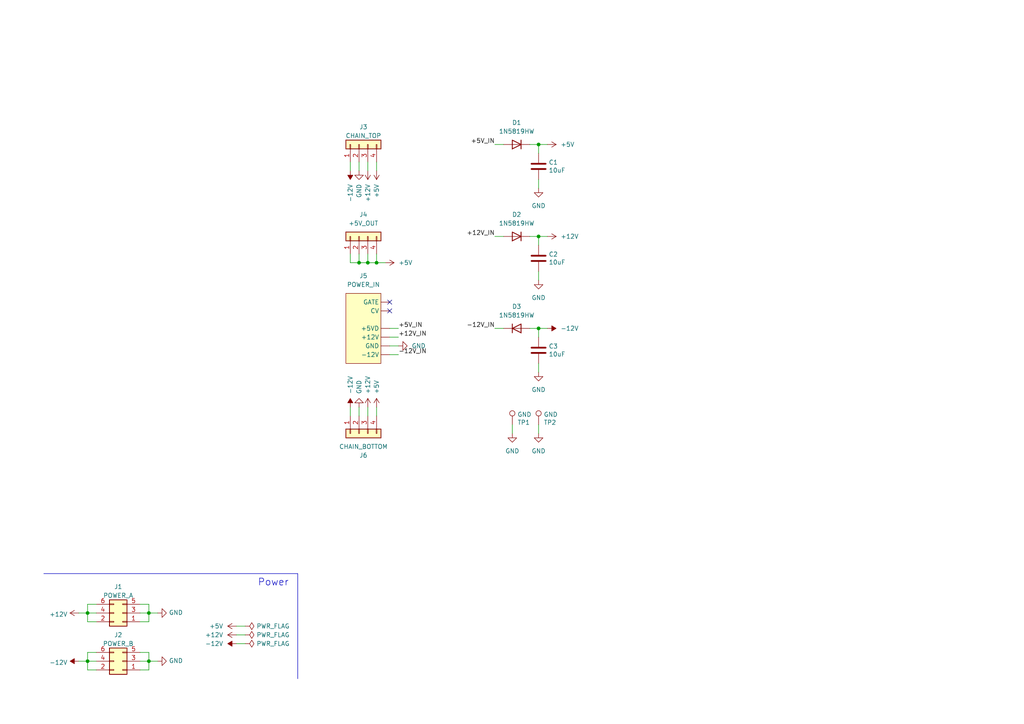
<source format=kicad_sch>
(kicad_sch (version 20230121) (generator eeschema)
  (paper "A4")
  (lib_symbols
    (symbol "Connector:TestPoint" (pin_numbers hide) (pin_names (offset 0.762) hide)
      (property "Reference" "TP" (at 0 6.858 0))
      (property "Value" "TestPoint" (at 0 5.08 0))
      (symbol "TestPoint_0_1"
        (circle (center 0 3.302) (radius 0.762))
      )
      (symbol "TestPoint_1_1"
        (pin passive line (at 0 0 90) (length 2.54) (name "1") (number "1"))
      )
    )
    (symbol "Connector_Generic:Conn_01x04" (pin_names (offset 1.016) hide)
      (property "Reference" "J" (at 0 5.08 0))
      (property "Value" "Conn_01x04" (at 0 -7.62 0))
      (symbol "Conn_01x04_1_1"
        (rectangle (start -1.27 -4.953) (end 0 -5.207) (stroke (width 0.1524)))
        (rectangle (start -1.27 -2.413) (end 0 -2.667) (stroke (width 0.1524)))
        (rectangle (start -1.27 0.127) (end 0 -0.127) (stroke (width 0.1524)))
        (rectangle (start -1.27 2.667) (end 0 2.413) (stroke (width 0.1524)))
        (rectangle (start -1.27 3.81) (end 1.27 -6.35) (stroke (width 0.254)) (fill (type background)))
        (pin passive line (at -5.08 2.54 0) (length 3.81) (name "Pin_1") (number "1"))
        (pin passive line (at -5.08 0 0) (length 3.81) (name "Pin_2") (number "2"))
        (pin passive line (at -5.08 -2.54 0) (length 3.81) (name "Pin_3") (number "3"))
        (pin passive line (at -5.08 -5.08 0) (length 3.81) (name "Pin_4") (number "4"))
      )
    )
    (symbol "Connector_Generic:Conn_02x03_Odd_Even" (pin_names (offset 1.016) hide)
      (property "Reference" "J" (at 1.27 5.08 0))
      (property "Value" "Conn_02x03_Odd_Even" (at 1.27 -5.08 0))
      (symbol "Conn_02x03_Odd_Even_1_1"
        (rectangle (start -1.27 -2.413) (end 0 -2.667) (stroke (width 0.1524)))
        (rectangle (start -1.27 0.127) (end 0 -0.127) (stroke (width 0.1524)))
        (rectangle (start -1.27 2.667) (end 0 2.413) (stroke (width 0.1524)))
        (rectangle (start -1.27 3.81) (end 3.81 -3.81) (stroke (width 0.254)) (fill (type background)))
        (rectangle (start 3.81 -2.413) (end 2.54 -2.667) (stroke (width 0.1524)))
        (rectangle (start 3.81 0.127) (end 2.54 -0.127) (stroke (width 0.1524)))
        (rectangle (start 3.81 2.667) (end 2.54 2.413) (stroke (width 0.1524)))
        (pin passive line (at -5.08 2.54 0) (length 3.81) (name "Pin_1") (number "1"))
        (pin passive line (at 7.62 2.54 180) (length 3.81) (name "Pin_2") (number "2"))
        (pin passive line (at -5.08 0 0) (length 3.81) (name "Pin_3") (number "3"))
        (pin passive line (at 7.62 0 180) (length 3.81) (name "Pin_4") (number "4"))
        (pin passive line (at -5.08 -2.54 0) (length 3.81) (name "Pin_5") (number "5"))
        (pin passive line (at 7.62 -2.54 180) (length 3.81) (name "Pin_6") (number "6"))
      )
    )
    (symbol "Device:C" (pin_numbers hide) (pin_names (offset 0.254))
      (property "Reference" "C" (at 0.635 2.54 0))
      (property "Value" "C" (at 0.635 -2.54 0))
      (symbol "C_0_1"
        (polyline (pts (xy -2.032 -0.762) (xy 2.032 -0.762)) (stroke (width 0.508)))
        (polyline (pts (xy -2.032 0.762) (xy 2.032 0.762)) (stroke (width 0.508)))
      )
      (symbol "C_1_1"
        (pin passive line (at 0 3.81 270) (length 2.794) (name "~") (number "1"))
        (pin passive line (at 0 -3.81 90) (length 2.794) (name "~") (number "2"))
      )
    )
    (symbol "Device:D" (pin_numbers hide) (pin_names (offset 1.016) hide)
      (property "Reference" "D" (at 0 2.54 0))
      (property "Value" "D" (at 0 -2.54 0))
      (symbol "D_0_1"
        (polyline (pts (xy -1.27 1.27) (xy -1.27 -1.27)) (stroke (width 0.254)))
        (polyline (pts (xy 1.27 0) (xy -1.27 0)))
        (polyline (pts (xy 1.27 1.27) (xy 1.27 -1.27) (xy -1.27 0) (xy 1.27 1.27)) (stroke (width 0.254)))
      )
      (symbol "D_1_1"
        (pin passive line (at -3.81 0 0) (length 2.54) (name "K") (number "1"))
        (pin passive line (at 3.81 0 180) (length 2.54) (name "A") (number "2"))
      )
    )
    (symbol "Protorack:Eurorack_Power_Header" (pin_numbers hide)
      (property "Reference" "J" (at 0 15.24 0))
      (property "Value" "Eurorack_Power_Header" (at 0 12.7 0))
      (symbol "Eurorack_Power_Header_0_1"
        (rectangle (start -5.08 10.16) (end 5.08 -10.16) (stroke (width 0.1524)) (fill (type background)))
      )
      (symbol "Eurorack_Power_Header_1_1"
        (pin power_out line (at 7.62 -2.54 180) (length 2.54) (name "+12V") (number "+12V"))
        (pin power_out line (at 7.62 0 180) (length 2.54) (name "+5VD") (number "+5VD"))
        (pin power_out line (at 7.62 -7.62 180) (length 2.54) (name "-12V") (number "-12V"))
        (pin output line (at 7.62 5.08 180) (length 2.54) (name "CV") (number "CV"))
        (pin output line (at 7.62 7.62 180) (length 2.54) (name "GATE") (number "GATE"))
        (pin power_out line (at 7.62 -5.08 180) (length 2.54) (name "GND") (number "GND"))
      )
    )
    (symbol "power:+12V" (power) (pin_names (offset 0))
      (property "Value" "+12V" (at 0 3.556 0))
      (symbol "+12V_0_1"
        (polyline (pts (xy -0.762 1.27) (xy 0 2.54)))
        (polyline (pts (xy 0 0) (xy 0 2.54)))
        (polyline (pts (xy 0 2.54) (xy 0.762 1.27)))
      )
      (symbol "+12V_1_1"
        (pin power_in line (at 0 0 90) (length 0) hide (name "+12V") (number "1"))
      )
    )
    (symbol "power:+5V" (power) (pin_names (offset 0))
      (property "Value" "+5V" (at 0 3.556 0))
      (symbol "+5V_0_1"
        (polyline (pts (xy -0.762 1.27) (xy 0 2.54)))
        (polyline (pts (xy 0 0) (xy 0 2.54)))
        (polyline (pts (xy 0 2.54) (xy 0.762 1.27)))
      )
      (symbol "+5V_1_1"
        (pin power_in line (at 0 0 90) (length 0) hide (name "+5V") (number "1"))
      )
    )
    (symbol "power:-12V" (power) (pin_names (offset 0))
      (property "Value" "-12V" (at 0 3.81 0))
      (symbol "-12V_0_0"
        (pin power_in line (at 0 0 90) (length 0) hide (name "-12V") (number "1"))
      )
      (symbol "-12V_0_1"
        (polyline (pts (xy 0 0) (xy 0 1.27) (xy 0.762 1.27) (xy 0 2.54) (xy -0.762 1.27) (xy 0 1.27)) (fill (type outline)))
      )
    )
    (symbol "power:GND" (power) (pin_names (offset 0))
      (property "Value" "GND" (at 0 -3.81 0))
      (symbol "GND_0_1"
        (polyline (pts (xy 0 0) (xy 0 -1.27) (xy 1.27 -1.27) (xy 0 -2.54) (xy -1.27 -1.27) (xy 0 -1.27)))
      )
      (symbol "GND_1_1"
        (pin power_in line (at 0 0 270) (length 0) hide (name "GND") (number "1"))
      )
    )
    (symbol "power:PWR_FLAG" (power) (pin_numbers hide) (pin_names (offset 0) hide)
      (property "Value" "PWR_FLAG" (at 0 3.81 0))
      (symbol "PWR_FLAG_0_0"
        (pin power_out line (at 0 0 90) (length 0) (name "pwr") (number "1"))
      )
      (symbol "PWR_FLAG_0_1"
        (polyline (pts (xy 0 0) (xy 0 1.27) (xy -1.016 1.905) (xy 0 2.54) (xy 1.016 1.905) (xy 0 1.27)))
      )
    )
  )
  (junction (at 104.14 76.2))
  (junction (at 156.21 95.25))
  (junction (at 106.68 76.2))
  (junction (at 25.4 191.77))
  (junction (at 43.18 191.77))
  (junction (at 109.22 76.2))
  (junction (at 156.21 68.58))
  (junction (at 25.4 177.8))
  (junction (at 43.18 177.8))
  (junction (at 156.21 41.91))
  (no_connect (at 113.03 87.63))
  (no_connect (at 113.03 90.17))
  (wire (pts (xy 153.67 68.58) (xy 156.21 68.58)))
  (wire (pts (xy 143.51 95.25) (xy 146.05 95.25)))
  (wire (pts (xy 25.4 189.23) (xy 27.94 189.23)))
  (wire (pts (xy 113.03 100.33) (xy 115.57 100.33)))
  (wire (pts (xy 25.4 191.77) (xy 25.4 194.31)))
  (wire (pts (xy 104.14 76.2) (xy 104.14 73.66)))
  (wire (pts (xy 43.18 177.8) (xy 43.18 175.26)))
  (wire (pts (xy 156.21 95.25) (xy 156.21 97.79)))
  (wire (pts (xy 113.03 95.25) (xy 115.57 95.25)))
  (wire (pts (xy 43.18 191.77) (xy 43.18 189.23)))
  (wire (pts (xy 101.6 76.2) (xy 104.14 76.2)))
  (wire (pts (xy 113.03 102.87) (xy 115.57 102.87)))
  (wire (pts (xy 45.72 191.77) (xy 43.18 191.77)))
  (wire (pts (xy 22.86 177.8) (xy 25.4 177.8)))
  (wire (pts (xy 156.21 81.28) (xy 156.21 78.74)))
  (wire (pts (xy 153.67 95.25) (xy 156.21 95.25)))
  (wire (pts (xy 40.64 191.77) (xy 43.18 191.77)))
  (wire (pts (xy 68.58 186.69) (xy 71.12 186.69)))
  (wire (pts (xy 27.94 180.34) (xy 25.4 180.34)))
  (wire (pts (xy 156.21 68.58) (xy 156.21 71.12)))
  (wire (pts (xy 106.68 76.2) (xy 109.22 76.2)))
  (wire (pts (xy 113.03 97.79) (xy 115.57 97.79)))
  (wire (pts (xy 148.59 123.19) (xy 148.59 125.73)))
  (wire (pts (xy 101.6 73.66) (xy 101.6 76.2)))
  (wire (pts (xy 68.58 181.61) (xy 71.12 181.61)))
  (wire (pts (xy 111.76 76.2) (xy 109.22 76.2)))
  (polyline (pts (xy 86.36 166.37) (xy 12.7 166.37)))
  (wire (pts (xy 25.4 191.77) (xy 25.4 189.23)))
  (wire (pts (xy 156.21 54.61) (xy 156.21 52.07)))
  (wire (pts (xy 106.68 118.11) (xy 106.68 120.65)))
  (wire (pts (xy 40.64 194.31) (xy 43.18 194.31)))
  (wire (pts (xy 153.67 41.91) (xy 156.21 41.91)))
  (wire (pts (xy 68.58 184.15) (xy 71.12 184.15)))
  (polyline (pts (xy 86.36 196.85) (xy 86.36 166.37)))
  (wire (pts (xy 109.22 76.2) (xy 109.22 73.66)))
  (wire (pts (xy 109.22 118.11) (xy 109.22 120.65)))
  (wire (pts (xy 25.4 175.26) (xy 27.94 175.26)))
  (wire (pts (xy 43.18 189.23) (xy 40.64 189.23)))
  (wire (pts (xy 104.14 118.11) (xy 104.14 120.65)))
  (wire (pts (xy 109.22 46.99) (xy 109.22 49.53)))
  (wire (pts (xy 25.4 177.8) (xy 25.4 175.26)))
  (wire (pts (xy 143.51 41.91) (xy 146.05 41.91)))
  (wire (pts (xy 104.14 46.99) (xy 104.14 49.53)))
  (wire (pts (xy 101.6 46.99) (xy 101.6 49.53)))
  (wire (pts (xy 143.51 68.58) (xy 146.05 68.58)))
  (wire (pts (xy 43.18 177.8) (xy 43.18 180.34)))
  (wire (pts (xy 156.21 95.25) (xy 158.75 95.25)))
  (wire (pts (xy 156.21 41.91) (xy 158.75 41.91)))
  (wire (pts (xy 106.68 46.99) (xy 106.68 49.53)))
  (wire (pts (xy 156.21 107.95) (xy 156.21 105.41)))
  (wire (pts (xy 27.94 177.8) (xy 25.4 177.8)))
  (wire (pts (xy 25.4 194.31) (xy 27.94 194.31)))
  (wire (pts (xy 43.18 177.8) (xy 40.64 177.8)))
  (wire (pts (xy 156.21 123.19) (xy 156.21 125.73)))
  (wire (pts (xy 156.21 41.91) (xy 156.21 44.45)))
  (wire (pts (xy 101.6 118.11) (xy 101.6 120.65)))
  (wire (pts (xy 45.72 177.8) (xy 43.18 177.8)))
  (wire (pts (xy 25.4 180.34) (xy 25.4 177.8)))
  (wire (pts (xy 106.68 76.2) (xy 106.68 73.66)))
  (wire (pts (xy 22.86 191.77) (xy 25.4 191.77)))
  (wire (pts (xy 43.18 175.26) (xy 40.64 175.26)))
  (wire (pts (xy 43.18 180.34) (xy 40.64 180.34)))
  (wire (pts (xy 43.18 194.31) (xy 43.18 191.77)))
  (wire (pts (xy 104.14 76.2) (xy 106.68 76.2)))
  (wire (pts (xy 27.94 191.77) (xy 25.4 191.77)))
  (wire (pts (xy 156.21 68.58) (xy 158.75 68.58)))
  (text "Power" (at 83.82 170.18 0) (effects (font (size 2.0066 2.0066)) (justify right bottom)))
  (label "+5V_IN" (at 143.51 41.91 180))
  (label "-12V_IN" (at 115.57 102.87 0))
  (label "-12V_IN" (at 143.51 95.25 180))
  (label "+12V_IN" (at 143.51 68.58 180))
  (label "+5V_IN" (at 115.57 95.25 0))
  (label "+12V_IN" (at 115.57 97.79 0))
  (symbol (lib_id "power:+12V") (at 22.86 177.8 90) (mirror x) (unit 1)
    (property "Reference" "#PWR01" (effects hide))
    (property "Value" "+12V" (at 19.6088 178.181 90) (effects (justify left)))
  )
  (symbol (lib_id "power:-12V") (at 22.86 191.77 90) (mirror x) (unit 1)
    (property "Reference" "#PWR02" (effects hide))
    (property "Value" "-12V" (at 19.6088 192.151 90) (effects (justify left)))
  )
  (symbol (lib_id "power:GND") (at 45.72 177.8 90) (unit 1)
    (property "Reference" "#PWR03" (effects hide))
    (property "Value" "GND" (at 48.9712 177.673 90) (effects (justify right)))
  )
  (symbol (lib_id "power:GND") (at 45.72 191.77 90) (unit 1)
    (property "Reference" "#PWR04" (effects hide))
    (property "Value" "GND" (at 48.9712 191.643 90) (effects (justify right)))
  )
  (symbol (lib_id "power:PWR_FLAG") (at 71.12 184.15 270) (unit 1)
    (property "Reference" "#FLG01" (effects hide))
    (property "Value" "PWR_FLAG" (at 74.3712 184.15 90) (effects (justify left)))
  )
  (symbol (lib_id "power:PWR_FLAG") (at 71.12 186.69 270) (unit 1)
    (property "Reference" "#FLG03" (effects hide))
    (property "Value" "PWR_FLAG" (at 74.3712 186.69 90) (effects (justify left)))
  )
  (symbol (lib_id "power:GND") (at 115.57 100.33 90) (unit 1)
    (property "Reference" "#PWR017" (effects hide))
    (property "Value" "GND" (at 119.38 100.33 90) (effects (justify right)))
  )
  (symbol (lib_id "power:+12V") (at 158.75 68.58 270) (unit 1)
    (property "Reference" "#PWR024" (effects hide))
    (property "Value" "+12V" (at 162.56 68.58 90) (effects (justify left)))
  )
  (symbol (lib_id "power:-12V") (at 158.75 95.25 270) (unit 1)
    (property "Reference" "#PWR025" (effects hide))
    (property "Value" "-12V" (at 162.56 95.25 90) (effects (justify left)))
  )
  (symbol (lib_id "power:+5V") (at 158.75 41.91 270) (unit 1)
    (property "Reference" "#PWR023" (effects hide))
    (property "Value" "+5V" (at 162.56 41.91 90) (effects (justify left)))
  )
  (symbol (lib_id "Device:D") (at 149.86 41.91 180) (unit 1)
    (property "Reference" "D1" (at 149.86 35.56 0))
    (property "Value" "1N5819HW" (at 149.86 38.1 0))
    (property "Footprint" "Diode_SMD:D_SOD-123" (effects hide))
    (property "Sim.Device" "D" (effects hide))
    (property "Sim.Pins" "1=K 2=A" (effects hide))
  )
  (symbol (lib_id "Device:C") (at 156.21 48.26 0) (unit 1)
    (property "Reference" "C1" (at 159.131 47.0916 0) (effects (justify left)))
    (property "Value" "10uF" (at 159.131 49.403 0) (effects (justify left)))
    (property "Footprint" "Capacitor_SMD:C_1206_3216Metric_Pad1.33x1.80mm_HandSolder" (effects hide))
  )
  (symbol (lib_id "power:GND") (at 156.21 54.61 0) (unit 1)
    (property "Reference" "#PWR019" (effects hide))
    (property "Value" "GND" (at 156.21 59.69 0))
  )
  (symbol (lib_id "Device:D") (at 149.86 68.58 180) (unit 1)
    (property "Reference" "D2" (at 149.86 62.23 0))
    (property "Value" "1N5819HW" (at 149.86 64.77 0))
    (property "Footprint" "Diode_SMD:D_SOD-123" (effects hide))
    (property "Sim.Device" "D" (effects hide))
    (property "Sim.Pins" "1=K 2=A" (effects hide))
  )
  (symbol (lib_id "Device:C") (at 156.21 74.93 0) (unit 1)
    (property "Reference" "C2" (at 159.131 73.7616 0) (effects (justify left)))
    (property "Value" "10uF" (at 159.131 76.073 0) (effects (justify left)))
    (property "Footprint" "Capacitor_SMD:C_1206_3216Metric_Pad1.33x1.80mm_HandSolder" (effects hide))
  )
  (symbol (lib_id "power:GND") (at 156.21 81.28 0) (unit 1)
    (property "Reference" "#PWR020" (effects hide))
    (property "Value" "GND" (at 156.21 86.36 0))
  )
  (symbol (lib_id "Device:D") (at 149.86 95.25 0) (mirror x) (unit 1)
    (property "Reference" "D3" (at 149.86 88.9 0))
    (property "Value" "1N5819HW" (at 149.86 91.44 0))
    (property "Footprint" "Diode_SMD:D_SOD-123" (effects hide))
    (property "Sim.Device" "D" (effects hide))
    (property "Sim.Pins" "1=K 2=A" (effects hide))
  )
  (symbol (lib_id "Device:C") (at 156.21 101.6 0) (unit 1)
    (property "Reference" "C3" (at 159.131 100.4316 0) (effects (justify left)))
    (property "Value" "10uF" (at 159.131 102.743 0) (effects (justify left)))
    (property "Footprint" "Capacitor_SMD:C_1206_3216Metric_Pad1.33x1.80mm_HandSolder" (effects hide))
  )
  (symbol (lib_id "power:GND") (at 156.21 107.95 0) (unit 1)
    (property "Reference" "#PWR021" (effects hide))
    (property "Value" "GND" (at 156.21 113.03 0))
  )
  (symbol (lib_id "Connector_Generic:Conn_01x04") (at 104.14 68.58 90) (unit 1)
    (property "Reference" "J4" (at 105.41 62.23 90))
    (property "Value" "+5V_OUT" (at 105.41 64.77 90))
    (property "Footprint" "Connector_PinSocket_2.54mm:PinSocket_1x04_P2.54mm_Vertical" (effects hide))
  )
  (symbol (lib_id "power:+5V") (at 111.76 76.2 270) (mirror x) (unit 1)
    (property "Reference" "#PWR016" (effects hide))
    (property "Value" "+5V" (at 115.57 76.2 90) (effects (justify left)))
  )
  (symbol (lib_id "Connector_Generic:Conn_01x04") (at 104.14 125.73 90) (mirror x) (unit 1)
    (property "Reference" "J6" (at 105.41 132.08 90))
    (property "Value" "CHAIN_BOTTOM" (at 105.41 129.54 90))
    (property "Footprint" "Connector_PinSocket_2.54mm:PinSocket_1x04_P2.54mm_Horizontal" (effects hide))
  )
  (symbol (lib_id "Connector_Generic:Conn_01x04") (at 104.14 41.91 90) (unit 1)
    (property "Reference" "J3" (at 105.41 36.83 90))
    (property "Value" "CHAIN_TOP" (at 105.41 39.37 90))
    (property "Footprint" "Connector_PinHeader_2.54mm:PinHeader_1x04_P2.54mm_Horizontal" (effects hide))
  )
  (symbol (lib_id "power:+5V") (at 109.22 49.53 180) (unit 1)
    (property "Reference" "#PWR014" (effects hide))
    (property "Value" "+5V" (at 109.22 53.34 90) (effects (justify left)))
  )
  (symbol (lib_id "power:+12V") (at 106.68 49.53 180) (unit 1)
    (property "Reference" "#PWR012" (effects hide))
    (property "Value" "+12V" (at 106.68 53.34 90) (effects (justify left)))
  )
  (symbol (lib_id "power:-12V") (at 101.6 49.53 180) (unit 1)
    (property "Reference" "#PWR08" (effects hide))
    (property "Value" "-12V" (at 101.6 53.34 90) (effects (justify left)))
  )
  (symbol (lib_id "power:GND") (at 104.14 49.53 0) (unit 1)
    (property "Reference" "#PWR010" (effects hide))
    (property "Value" "GND" (at 104.14 53.34 90) (effects (justify right)))
  )
  (symbol (lib_id "power:+5V") (at 109.22 118.11 0) (mirror y) (unit 1)
    (property "Reference" "#PWR015" (effects hide))
    (property "Value" "+5V" (at 109.22 114.3 90) (effects (justify left)))
  )
  (symbol (lib_id "power:+12V") (at 106.68 118.11 0) (mirror y) (unit 1)
    (property "Reference" "#PWR013" (effects hide))
    (property "Value" "+12V" (at 106.68 114.3 90) (effects (justify left)))
  )
  (symbol (lib_id "power:-12V") (at 101.6 118.11 0) (mirror y) (unit 1)
    (property "Reference" "#PWR09" (effects hide))
    (property "Value" "-12V" (at 101.6 114.3 90) (effects (justify left)))
  )
  (symbol (lib_id "power:GND") (at 104.14 118.11 0) (mirror x) (unit 1)
    (property "Reference" "#PWR011" (effects hide))
    (property "Value" "GND" (at 104.14 114.3 90) (effects (justify right)))
  )
  (symbol (lib_id "Connector_Generic:Conn_02x03_Odd_Even") (at 35.56 177.8 180) (unit 1)
    (property "Reference" "J1" (at 34.29 170.18 0))
    (property "Value" "POWER_A" (at 34.29 172.72 0))
    (property "Footprint" "Connector_PinHeader_2.54mm:PinHeader_2x03_P2.54mm_Vertical" (effects hide))
  )
  (symbol (lib_id "Connector_Generic:Conn_02x03_Odd_Even") (at 35.56 191.77 180) (unit 1)
    (property "Reference" "J2" (at 34.29 184.15 0))
    (property "Value" "POWER_B" (at 34.29 186.69 0))
    (property "Footprint" "Connector_PinHeader_2.54mm:PinHeader_2x03_P2.54mm_Vertical" (effects hide))
  )
  (symbol (lib_id "Connector:TestPoint") (at 148.59 123.19 0) (mirror y) (unit 1)
    (property "Reference" "TP1" (at 150.0632 122.5296 0) (effects (justify right)))
    (property "Value" "GND" (at 150.0632 120.2182 0) (effects (justify right)))
    (property "Footprint" "TestPoint:TestPoint_THTPad_D1.5mm_Drill0.7mm" (effects hide))
  )
  (symbol (lib_id "Connector:TestPoint") (at 156.21 123.19 0) (mirror y) (unit 1)
    (property "Reference" "TP2" (at 157.6832 122.5296 0) (effects (justify right)))
    (property "Value" "GND" (at 157.6832 120.2182 0) (effects (justify right)))
    (property "Footprint" "TestPoint:TestPoint_THTPad_D1.5mm_Drill0.7mm" (effects hide))
  )
  (symbol (lib_id "power:+5V") (at 68.58 181.61 90) (unit 1)
    (property "Reference" "#PWR026" (effects hide))
    (property "Value" "+5V" (at 64.77 181.61 90) (effects (justify left)))
  )
  (symbol (lib_id "power:PWR_FLAG") (at 71.12 181.61 270) (unit 1)
    (property "Reference" "#FLG04" (effects hide))
    (property "Value" "PWR_FLAG" (at 74.3712 181.61 90) (effects (justify left)))
  )
  (symbol (lib_id "power:+12V") (at 68.58 184.15 90) (unit 1)
    (property "Reference" "#PWR07" (effects hide))
    (property "Value" "+12V" (at 64.77 184.15 90) (effects (justify left)))
  )
  (symbol (lib_id "Protorack:Eurorack_Power_Header") (at 105.41 95.25 0) (unit 1)
    (property "Reference" "J5" (at 105.41 80.01 0))
    (property "Value" "POWER_IN" (at 105.41 82.55 0))
    (property "Footprint" "Protorack:Eurorack_Power_Header_2x08_THT" (effects hide))
  )
  (symbol (lib_id "power:GND") (at 156.21 125.73 0) (unit 1)
    (property "Reference" "#PWR022" (effects hide))
    (property "Value" "GND" (at 156.21 130.81 0))
  )
  (symbol (lib_id "power:GND") (at 148.59 125.73 0) (unit 1)
    (property "Reference" "#PWR018" (effects hide))
    (property "Value" "GND" (at 148.59 130.81 0))
  )
  (symbol (lib_id "power:-12V") (at 68.58 186.69 90) (unit 1)
    (property "Reference" "#PWR06" (effects hide))
    (property "Value" "-12V" (at 64.77 186.69 90) (effects (justify left)))
  )
)
</source>
